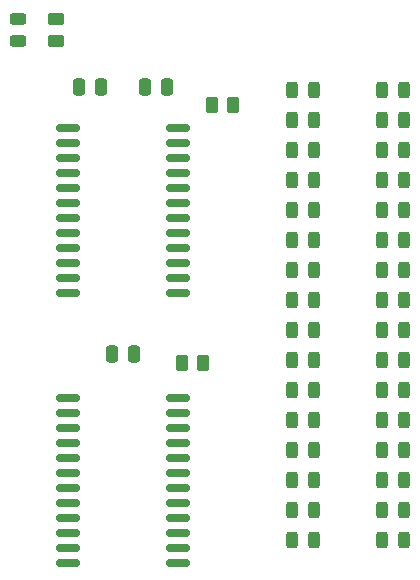
<source format=gtp>
G04 #@! TF.GenerationSoftware,KiCad,Pcbnew,6.0.1-79c1e3a40b~116~ubuntu20.04.1*
G04 #@! TF.CreationDate,2022-02-10T07:58:21-05:00*
G04 #@! TF.ProjectId,led_breakout,6c65645f-6272-4656-916b-6f75742e6b69,0*
G04 #@! TF.SameCoordinates,Original*
G04 #@! TF.FileFunction,Paste,Top*
G04 #@! TF.FilePolarity,Positive*
%FSLAX46Y46*%
G04 Gerber Fmt 4.6, Leading zero omitted, Abs format (unit mm)*
G04 Created by KiCad (PCBNEW 6.0.1-79c1e3a40b~116~ubuntu20.04.1) date 2022-02-10 07:58:21*
%MOMM*%
%LPD*%
G01*
G04 APERTURE LIST*
G04 Aperture macros list*
%AMRoundRect*
0 Rectangle with rounded corners*
0 $1 Rounding radius*
0 $2 $3 $4 $5 $6 $7 $8 $9 X,Y pos of 4 corners*
0 Add a 4 corners polygon primitive as box body*
4,1,4,$2,$3,$4,$5,$6,$7,$8,$9,$2,$3,0*
0 Add four circle primitives for the rounded corners*
1,1,$1+$1,$2,$3*
1,1,$1+$1,$4,$5*
1,1,$1+$1,$6,$7*
1,1,$1+$1,$8,$9*
0 Add four rect primitives between the rounded corners*
20,1,$1+$1,$2,$3,$4,$5,0*
20,1,$1+$1,$4,$5,$6,$7,0*
20,1,$1+$1,$6,$7,$8,$9,0*
20,1,$1+$1,$8,$9,$2,$3,0*%
G04 Aperture macros list end*
%ADD10RoundRect,0.250000X0.250000X0.475000X-0.250000X0.475000X-0.250000X-0.475000X0.250000X-0.475000X0*%
%ADD11RoundRect,0.243750X-0.243750X-0.456250X0.243750X-0.456250X0.243750X0.456250X-0.243750X0.456250X0*%
%ADD12RoundRect,0.250000X-0.262500X-0.450000X0.262500X-0.450000X0.262500X0.450000X-0.262500X0.450000X0*%
%ADD13RoundRect,0.250000X-0.250000X-0.475000X0.250000X-0.475000X0.250000X0.475000X-0.250000X0.475000X0*%
%ADD14RoundRect,0.150000X-0.875000X-0.150000X0.875000X-0.150000X0.875000X0.150000X-0.875000X0.150000X0*%
%ADD15RoundRect,0.250000X-0.450000X0.262500X-0.450000X-0.262500X0.450000X-0.262500X0.450000X0.262500X0*%
%ADD16RoundRect,0.243750X-0.456250X0.243750X-0.456250X-0.243750X0.456250X-0.243750X0.456250X0.243750X0*%
G04 APERTURE END LIST*
D10*
X126304000Y-40386000D03*
X128204000Y-40386000D03*
D11*
X140637500Y-55880000D03*
X138762500Y-55880000D03*
X140637500Y-45720000D03*
X138762500Y-45720000D03*
X140637500Y-63500000D03*
X138762500Y-63500000D03*
X148257500Y-68580000D03*
X146382500Y-68580000D03*
X148257500Y-45720000D03*
X146382500Y-45720000D03*
D12*
X133754500Y-41910000D03*
X131929500Y-41910000D03*
D11*
X140637500Y-60960000D03*
X138762500Y-60960000D03*
X140637500Y-43180000D03*
X138762500Y-43180000D03*
X148257500Y-71120000D03*
X146382500Y-71120000D03*
X140637500Y-48260000D03*
X138762500Y-48260000D03*
X148257500Y-63500000D03*
X146382500Y-63500000D03*
X148257500Y-58420000D03*
X146382500Y-58420000D03*
X148257500Y-60955000D03*
X146382500Y-60955000D03*
X148257500Y-76200000D03*
X146382500Y-76200000D03*
X140637500Y-73660000D03*
X138762500Y-73660000D03*
X148257500Y-43180000D03*
X146382500Y-43180000D03*
X148257500Y-40640000D03*
X146382500Y-40640000D03*
D10*
X123510000Y-62992000D03*
X125410000Y-62992000D03*
D13*
X122616000Y-40386000D03*
X120716000Y-40386000D03*
D14*
X129110000Y-43815000D03*
X129110000Y-45085000D03*
X129110000Y-46355000D03*
X129110000Y-47625000D03*
X129110000Y-48895000D03*
X129110000Y-50165000D03*
X129110000Y-51435000D03*
X129110000Y-52705000D03*
X129110000Y-53975000D03*
X129110000Y-55245000D03*
X129110000Y-56515000D03*
X129110000Y-57785000D03*
X119810000Y-57785000D03*
X119810000Y-56515000D03*
X119810000Y-55245000D03*
X119810000Y-53975000D03*
X119810000Y-52705000D03*
X119810000Y-51435000D03*
X119810000Y-50165000D03*
X119810000Y-48895000D03*
X119810000Y-47625000D03*
X119810000Y-46355000D03*
X119810000Y-45085000D03*
X119810000Y-43815000D03*
X129110000Y-66675000D03*
X129110000Y-67945000D03*
X129110000Y-69215000D03*
X129110000Y-70485000D03*
X129110000Y-71755000D03*
X129110000Y-73025000D03*
X129110000Y-74295000D03*
X129110000Y-75565000D03*
X129110000Y-76835000D03*
X129110000Y-78105000D03*
X129110000Y-79375000D03*
X129110000Y-80645000D03*
X119810000Y-80645000D03*
X119810000Y-79375000D03*
X119810000Y-78105000D03*
X119810000Y-76835000D03*
X119810000Y-75565000D03*
X119810000Y-74295000D03*
X119810000Y-73025000D03*
X119810000Y-71755000D03*
X119810000Y-70485000D03*
X119810000Y-69215000D03*
X119810000Y-67945000D03*
X119810000Y-66675000D03*
D11*
X140637500Y-40640000D03*
X138762500Y-40640000D03*
D15*
X118745000Y-36472500D03*
X118745000Y-34647500D03*
D11*
X140637500Y-78740000D03*
X138762500Y-78740000D03*
X140637500Y-53340000D03*
X138762500Y-53340000D03*
X148257500Y-66040000D03*
X146382500Y-66040000D03*
X140637500Y-71120000D03*
X138762500Y-71120000D03*
X140637500Y-50800000D03*
X138762500Y-50800000D03*
X140637500Y-68580000D03*
X138762500Y-68580000D03*
X148257500Y-55880000D03*
X146382500Y-55880000D03*
X140637500Y-76200000D03*
X138762500Y-76200000D03*
X148257500Y-48260000D03*
X146382500Y-48260000D03*
D16*
X115570000Y-36497500D03*
X115570000Y-34622500D03*
D12*
X131214500Y-63754000D03*
X129389500Y-63754000D03*
D11*
X148257500Y-53340000D03*
X146382500Y-53340000D03*
X148257500Y-50800000D03*
X146382500Y-50800000D03*
X148257500Y-73660000D03*
X146382500Y-73660000D03*
X140637500Y-66040000D03*
X138762500Y-66040000D03*
X148257500Y-78740000D03*
X146382500Y-78740000D03*
X140637500Y-58420000D03*
X138762500Y-58420000D03*
M02*

</source>
